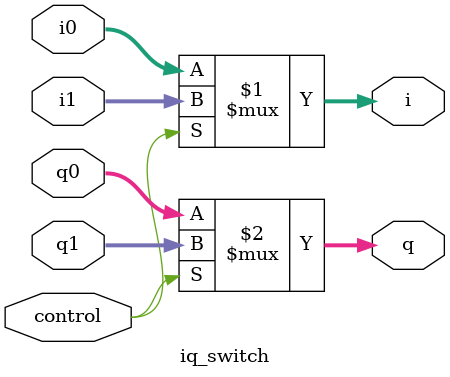
<source format=v>

`timescale 1 ns / 1 ps

module sweep
	(
		input wire enable,
		output reg [15:0] i,
		output reg [15:0] q,
		input wire clk,
		input wire reset,
		input wire valid,
		input wire [15:0] increment,
		output reg check
	);
	reg [31:0] freq;
	reg [31:0] phase;
	wire [15:0] i_;
	wire [15:0] q_;
	cossin cs(.z(phase[31:14]), .x(i_), .y(q_), .clk(clk));

	always @(posedge clk) begin
		i <= i_;
		q <= q_;

		if (reset) begin
			freq <= {1'b1, {31{1'b0}}};
			phase <= 0;
		end
		else begin
			if (enable && valid) begin
				phase <= phase + freq;
				freq <= freq + {{16{increment[15]}}, increment};
			end
		end

		check <= freq[31] && (freq[30:0] < 352046499);
	end
endmodule

module iq_switch
	(
		input wire control,
		output wire [15:0] i,
		output wire [15:0] q,
		input wire [15:0] i0,
		input wire [15:0] q0,
		input wire [15:0] i1,
		input wire [15:0] q1
	);
	assign i = control ? i1 : i0;
	assign q = control ? q1 : q0;
endmodule

</source>
